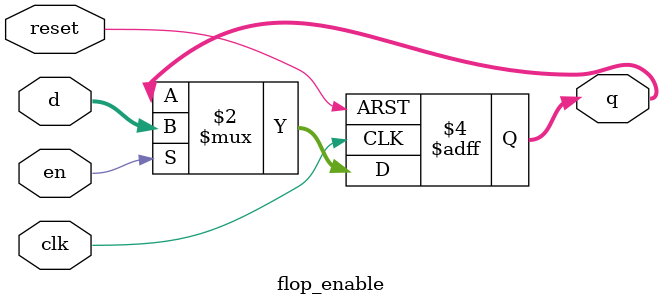
<source format=sv>
module flop_enable #(
    // Parameter to set the register width (default 8 bits)
    parameter WIDTH = 8
) (
    input  logic            clk,    // Clock
    input  logic            reset,  // Asynchronous reset
    input  logic            en,     // Enable signal
    input  logic [WIDTH-1:0] d,     // Data input
    output logic [WIDTH-1:0] q      // Register output
);

    //-------------------------------------------------------------------------
    // On the rising edge of the clock or reset:
    //   1) If reset is high, q is cleared to 0 (asynchronous reset).
    //   2) Otherwise, if 'en' is high, the new data 'd' is latched into q.
    //   3) If neither condition is met, q remains unchanged.
    //-------------------------------------------------------------------------
    always_ff @(posedge clk or posedge reset) begin
        if (reset)
            q <= '0;    // Clear register to 0
        else if (en)
            q <= d;     // Latch new data
        // else: do nothing, q remains the same
    end

endmodule

</source>
